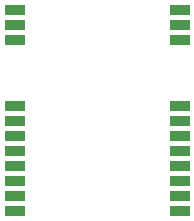
<source format=gtp>
G04 #@! TF.GenerationSoftware,KiCad,Pcbnew,(5.0.0)*
G04 #@! TF.CreationDate,2023-02-17T10:20:36+09:00*
G04 #@! TF.ProjectId,EBYTE-E22-SMD,45425954452D4532322D534D442E6B69,rev?*
G04 #@! TF.SameCoordinates,Original*
G04 #@! TF.FileFunction,Paste,Top*
G04 #@! TF.FilePolarity,Positive*
%FSLAX46Y46*%
G04 Gerber Fmt 4.6, Leading zero omitted, Abs format (unit mm)*
G04 Created by KiCad (PCBNEW (5.0.0)) date 02/17/23 10:20:36*
%MOMM*%
%LPD*%
G01*
G04 APERTURE LIST*
%ADD10R,1.676400X0.812800*%
G04 APERTURE END LIST*
D10*
G04 #@! TO.C,U1*
X151130000Y-90170000D03*
X151130000Y-91440000D03*
X151130000Y-92710000D03*
X151130000Y-98298000D03*
X151130000Y-99568000D03*
X151130000Y-100838000D03*
X151130000Y-102108000D03*
X151130000Y-103378000D03*
X151130000Y-104648000D03*
X151130000Y-105918000D03*
X151130000Y-107188000D03*
X165100000Y-107188000D03*
X165100000Y-105918000D03*
X165100000Y-104648000D03*
X165100000Y-103378000D03*
X165100000Y-102108000D03*
X165100000Y-100838000D03*
X165100000Y-99568000D03*
X165100000Y-98298000D03*
X165100000Y-92710000D03*
X165100000Y-91440000D03*
X165100000Y-90170000D03*
G04 #@! TD*
M02*

</source>
